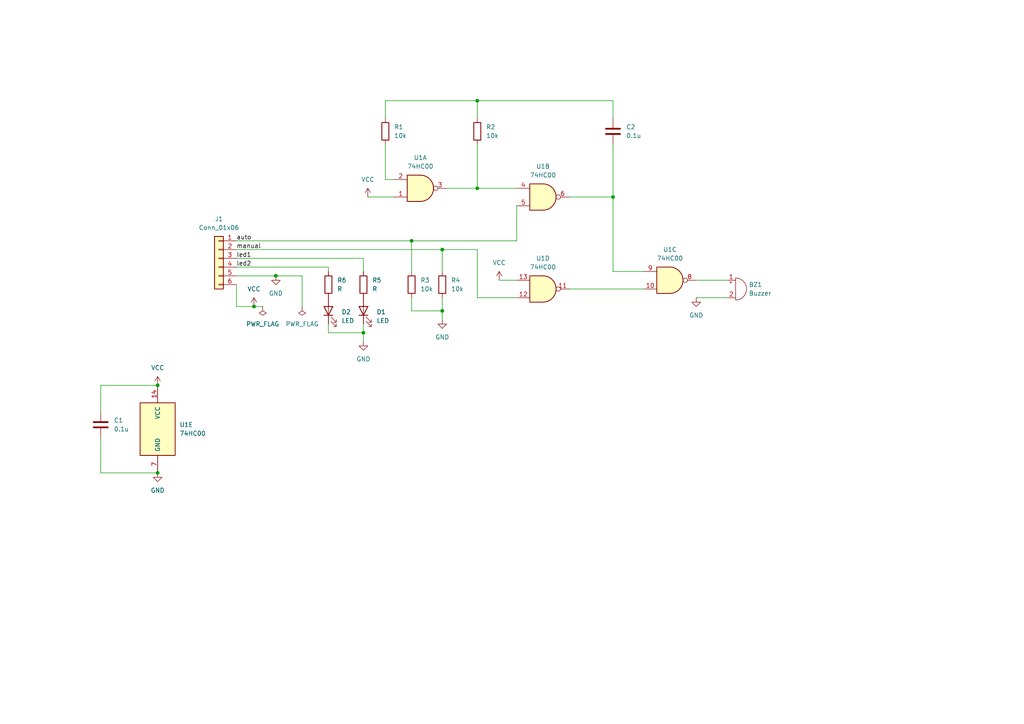
<source format=kicad_sch>
(kicad_sch (version 20211123) (generator eeschema)

  (uuid e63e39d7-6ac0-4ffd-8aa3-1841a4541b55)

  (paper "A4")

  (lib_symbols
    (symbol "74xx:74HC00" (pin_names (offset 1.016)) (in_bom yes) (on_board yes)
      (property "Reference" "U" (id 0) (at 0 1.27 0)
        (effects (font (size 1.27 1.27)))
      )
      (property "Value" "74HC00" (id 1) (at 0 -1.27 0)
        (effects (font (size 1.27 1.27)))
      )
      (property "Footprint" "" (id 2) (at 0 0 0)
        (effects (font (size 1.27 1.27)) hide)
      )
      (property "Datasheet" "http://www.ti.com/lit/gpn/sn74hc00" (id 3) (at 0 0 0)
        (effects (font (size 1.27 1.27)) hide)
      )
      (property "ki_locked" "" (id 4) (at 0 0 0)
        (effects (font (size 1.27 1.27)))
      )
      (property "ki_keywords" "HCMOS nand 2-input" (id 5) (at 0 0 0)
        (effects (font (size 1.27 1.27)) hide)
      )
      (property "ki_description" "quad 2-input NAND gate" (id 6) (at 0 0 0)
        (effects (font (size 1.27 1.27)) hide)
      )
      (property "ki_fp_filters" "DIP*W7.62mm* SO14*" (id 7) (at 0 0 0)
        (effects (font (size 1.27 1.27)) hide)
      )
      (symbol "74HC00_1_1"
        (arc (start 0 -3.81) (mid 3.81 0) (end 0 3.81)
          (stroke (width 0.254) (type default) (color 0 0 0 0))
          (fill (type background))
        )
        (polyline
          (pts
            (xy 0 3.81)
            (xy -3.81 3.81)
            (xy -3.81 -3.81)
            (xy 0 -3.81)
          )
          (stroke (width 0.254) (type default) (color 0 0 0 0))
          (fill (type background))
        )
        (pin input line (at -7.62 2.54 0) (length 3.81)
          (name "~" (effects (font (size 1.27 1.27))))
          (number "1" (effects (font (size 1.27 1.27))))
        )
        (pin input line (at -7.62 -2.54 0) (length 3.81)
          (name "~" (effects (font (size 1.27 1.27))))
          (number "2" (effects (font (size 1.27 1.27))))
        )
        (pin output inverted (at 7.62 0 180) (length 3.81)
          (name "~" (effects (font (size 1.27 1.27))))
          (number "3" (effects (font (size 1.27 1.27))))
        )
      )
      (symbol "74HC00_1_2"
        (arc (start -3.81 -3.81) (mid -2.589 0) (end -3.81 3.81)
          (stroke (width 0.254) (type default) (color 0 0 0 0))
          (fill (type none))
        )
        (arc (start -0.6096 -3.81) (mid 2.1855 -2.584) (end 3.81 0)
          (stroke (width 0.254) (type default) (color 0 0 0 0))
          (fill (type background))
        )
        (polyline
          (pts
            (xy -3.81 -3.81)
            (xy -0.635 -3.81)
          )
          (stroke (width 0.254) (type default) (color 0 0 0 0))
          (fill (type background))
        )
        (polyline
          (pts
            (xy -3.81 3.81)
            (xy -0.635 3.81)
          )
          (stroke (width 0.254) (type default) (color 0 0 0 0))
          (fill (type background))
        )
        (polyline
          (pts
            (xy -0.635 3.81)
            (xy -3.81 3.81)
            (xy -3.81 3.81)
            (xy -3.556 3.4036)
            (xy -3.0226 2.2606)
            (xy -2.6924 1.0414)
            (xy -2.6162 -0.254)
            (xy -2.7686 -1.4986)
            (xy -3.175 -2.7178)
            (xy -3.81 -3.81)
            (xy -3.81 -3.81)
            (xy -0.635 -3.81)
          )
          (stroke (width -25.4) (type default) (color 0 0 0 0))
          (fill (type background))
        )
        (arc (start 3.81 0) (mid 2.1928 2.5925) (end -0.6096 3.81)
          (stroke (width 0.254) (type default) (color 0 0 0 0))
          (fill (type background))
        )
        (pin input inverted (at -7.62 2.54 0) (length 4.318)
          (name "~" (effects (font (size 1.27 1.27))))
          (number "1" (effects (font (size 1.27 1.27))))
        )
        (pin input inverted (at -7.62 -2.54 0) (length 4.318)
          (name "~" (effects (font (size 1.27 1.27))))
          (number "2" (effects (font (size 1.27 1.27))))
        )
        (pin output line (at 7.62 0 180) (length 3.81)
          (name "~" (effects (font (size 1.27 1.27))))
          (number "3" (effects (font (size 1.27 1.27))))
        )
      )
      (symbol "74HC00_2_1"
        (arc (start 0 -3.81) (mid 3.81 0) (end 0 3.81)
          (stroke (width 0.254) (type default) (color 0 0 0 0))
          (fill (type background))
        )
        (polyline
          (pts
            (xy 0 3.81)
            (xy -3.81 3.81)
            (xy -3.81 -3.81)
            (xy 0 -3.81)
          )
          (stroke (width 0.254) (type default) (color 0 0 0 0))
          (fill (type background))
        )
        (pin input line (at -7.62 2.54 0) (length 3.81)
          (name "~" (effects (font (size 1.27 1.27))))
          (number "4" (effects (font (size 1.27 1.27))))
        )
        (pin input line (at -7.62 -2.54 0) (length 3.81)
          (name "~" (effects (font (size 1.27 1.27))))
          (number "5" (effects (font (size 1.27 1.27))))
        )
        (pin output inverted (at 7.62 0 180) (length 3.81)
          (name "~" (effects (font (size 1.27 1.27))))
          (number "6" (effects (font (size 1.27 1.27))))
        )
      )
      (symbol "74HC00_2_2"
        (arc (start -3.81 -3.81) (mid -2.589 0) (end -3.81 3.81)
          (stroke (width 0.254) (type default) (color 0 0 0 0))
          (fill (type none))
        )
        (arc (start -0.6096 -3.81) (mid 2.1855 -2.584) (end 3.81 0)
          (stroke (width 0.254) (type default) (color 0 0 0 0))
          (fill (type background))
        )
        (polyline
          (pts
            (xy -3.81 -3.81)
            (xy -0.635 -3.81)
          )
          (stroke (width 0.254) (type default) (color 0 0 0 0))
          (fill (type background))
        )
        (polyline
          (pts
            (xy -3.81 3.81)
            (xy -0.635 3.81)
          )
          (stroke (width 0.254) (type default) (color 0 0 0 0))
          (fill (type background))
        )
        (polyline
          (pts
            (xy -0.635 3.81)
            (xy -3.81 3.81)
            (xy -3.81 3.81)
            (xy -3.556 3.4036)
            (xy -3.0226 2.2606)
            (xy -2.6924 1.0414)
            (xy -2.6162 -0.254)
            (xy -2.7686 -1.4986)
            (xy -3.175 -2.7178)
            (xy -3.81 -3.81)
            (xy -3.81 -3.81)
            (xy -0.635 -3.81)
          )
          (stroke (width -25.4) (type default) (color 0 0 0 0))
          (fill (type background))
        )
        (arc (start 3.81 0) (mid 2.1928 2.5925) (end -0.6096 3.81)
          (stroke (width 0.254) (type default) (color 0 0 0 0))
          (fill (type background))
        )
        (pin input inverted (at -7.62 2.54 0) (length 4.318)
          (name "~" (effects (font (size 1.27 1.27))))
          (number "4" (effects (font (size 1.27 1.27))))
        )
        (pin input inverted (at -7.62 -2.54 0) (length 4.318)
          (name "~" (effects (font (size 1.27 1.27))))
          (number "5" (effects (font (size 1.27 1.27))))
        )
        (pin output line (at 7.62 0 180) (length 3.81)
          (name "~" (effects (font (size 1.27 1.27))))
          (number "6" (effects (font (size 1.27 1.27))))
        )
      )
      (symbol "74HC00_3_1"
        (arc (start 0 -3.81) (mid 3.81 0) (end 0 3.81)
          (stroke (width 0.254) (type default) (color 0 0 0 0))
          (fill (type background))
        )
        (polyline
          (pts
            (xy 0 3.81)
            (xy -3.81 3.81)
            (xy -3.81 -3.81)
            (xy 0 -3.81)
          )
          (stroke (width 0.254) (type default) (color 0 0 0 0))
          (fill (type background))
        )
        (pin input line (at -7.62 -2.54 0) (length 3.81)
          (name "~" (effects (font (size 1.27 1.27))))
          (number "10" (effects (font (size 1.27 1.27))))
        )
        (pin output inverted (at 7.62 0 180) (length 3.81)
          (name "~" (effects (font (size 1.27 1.27))))
          (number "8" (effects (font (size 1.27 1.27))))
        )
        (pin input line (at -7.62 2.54 0) (length 3.81)
          (name "~" (effects (font (size 1.27 1.27))))
          (number "9" (effects (font (size 1.27 1.27))))
        )
      )
      (symbol "74HC00_3_2"
        (arc (start -3.81 -3.81) (mid -2.589 0) (end -3.81 3.81)
          (stroke (width 0.254) (type default) (color 0 0 0 0))
          (fill (type none))
        )
        (arc (start -0.6096 -3.81) (mid 2.1855 -2.584) (end 3.81 0)
          (stroke (width 0.254) (type default) (color 0 0 0 0))
          (fill (type background))
        )
        (polyline
          (pts
            (xy -3.81 -3.81)
            (xy -0.635 -3.81)
          )
          (stroke (width 0.254) (type default) (color 0 0 0 0))
          (fill (type background))
        )
        (polyline
          (pts
            (xy -3.81 3.81)
            (xy -0.635 3.81)
          )
          (stroke (width 0.254) (type default) (color 0 0 0 0))
          (fill (type background))
        )
        (polyline
          (pts
            (xy -0.635 3.81)
            (xy -3.81 3.81)
            (xy -3.81 3.81)
            (xy -3.556 3.4036)
            (xy -3.0226 2.2606)
            (xy -2.6924 1.0414)
            (xy -2.6162 -0.254)
            (xy -2.7686 -1.4986)
            (xy -3.175 -2.7178)
            (xy -3.81 -3.81)
            (xy -3.81 -3.81)
            (xy -0.635 -3.81)
          )
          (stroke (width -25.4) (type default) (color 0 0 0 0))
          (fill (type background))
        )
        (arc (start 3.81 0) (mid 2.1928 2.5925) (end -0.6096 3.81)
          (stroke (width 0.254) (type default) (color 0 0 0 0))
          (fill (type background))
        )
        (pin input inverted (at -7.62 -2.54 0) (length 4.318)
          (name "~" (effects (font (size 1.27 1.27))))
          (number "10" (effects (font (size 1.27 1.27))))
        )
        (pin output line (at 7.62 0 180) (length 3.81)
          (name "~" (effects (font (size 1.27 1.27))))
          (number "8" (effects (font (size 1.27 1.27))))
        )
        (pin input inverted (at -7.62 2.54 0) (length 4.318)
          (name "~" (effects (font (size 1.27 1.27))))
          (number "9" (effects (font (size 1.27 1.27))))
        )
      )
      (symbol "74HC00_4_1"
        (arc (start 0 -3.81) (mid 3.81 0) (end 0 3.81)
          (stroke (width 0.254) (type default) (color 0 0 0 0))
          (fill (type background))
        )
        (polyline
          (pts
            (xy 0 3.81)
            (xy -3.81 3.81)
            (xy -3.81 -3.81)
            (xy 0 -3.81)
          )
          (stroke (width 0.254) (type default) (color 0 0 0 0))
          (fill (type background))
        )
        (pin output inverted (at 7.62 0 180) (length 3.81)
          (name "~" (effects (font (size 1.27 1.27))))
          (number "11" (effects (font (size 1.27 1.27))))
        )
        (pin input line (at -7.62 2.54 0) (length 3.81)
          (name "~" (effects (font (size 1.27 1.27))))
          (number "12" (effects (font (size 1.27 1.27))))
        )
        (pin input line (at -7.62 -2.54 0) (length 3.81)
          (name "~" (effects (font (size 1.27 1.27))))
          (number "13" (effects (font (size 1.27 1.27))))
        )
      )
      (symbol "74HC00_4_2"
        (arc (start -3.81 -3.81) (mid -2.589 0) (end -3.81 3.81)
          (stroke (width 0.254) (type default) (color 0 0 0 0))
          (fill (type none))
        )
        (arc (start -0.6096 -3.81) (mid 2.1855 -2.584) (end 3.81 0)
          (stroke (width 0.254) (type default) (color 0 0 0 0))
          (fill (type background))
        )
        (polyline
          (pts
            (xy -3.81 -3.81)
            (xy -0.635 -3.81)
          )
          (stroke (width 0.254) (type default) (color 0 0 0 0))
          (fill (type background))
        )
        (polyline
          (pts
            (xy -3.81 3.81)
            (xy -0.635 3.81)
          )
          (stroke (width 0.254) (type default) (color 0 0 0 0))
          (fill (type background))
        )
        (polyline
          (pts
            (xy -0.635 3.81)
            (xy -3.81 3.81)
            (xy -3.81 3.81)
            (xy -3.556 3.4036)
            (xy -3.0226 2.2606)
            (xy -2.6924 1.0414)
            (xy -2.6162 -0.254)
            (xy -2.7686 -1.4986)
            (xy -3.175 -2.7178)
            (xy -3.81 -3.81)
            (xy -3.81 -3.81)
            (xy -0.635 -3.81)
          )
          (stroke (width -25.4) (type default) (color 0 0 0 0))
          (fill (type background))
        )
        (arc (start 3.81 0) (mid 2.1928 2.5925) (end -0.6096 3.81)
          (stroke (width 0.254) (type default) (color 0 0 0 0))
          (fill (type background))
        )
        (pin output line (at 7.62 0 180) (length 3.81)
          (name "~" (effects (font (size 1.27 1.27))))
          (number "11" (effects (font (size 1.27 1.27))))
        )
        (pin input inverted (at -7.62 2.54 0) (length 4.318)
          (name "~" (effects (font (size 1.27 1.27))))
          (number "12" (effects (font (size 1.27 1.27))))
        )
        (pin input inverted (at -7.62 -2.54 0) (length 4.318)
          (name "~" (effects (font (size 1.27 1.27))))
          (number "13" (effects (font (size 1.27 1.27))))
        )
      )
      (symbol "74HC00_5_0"
        (pin power_in line (at 0 12.7 270) (length 5.08)
          (name "VCC" (effects (font (size 1.27 1.27))))
          (number "14" (effects (font (size 1.27 1.27))))
        )
        (pin power_in line (at 0 -12.7 90) (length 5.08)
          (name "GND" (effects (font (size 1.27 1.27))))
          (number "7" (effects (font (size 1.27 1.27))))
        )
      )
      (symbol "74HC00_5_1"
        (rectangle (start -5.08 7.62) (end 5.08 -7.62)
          (stroke (width 0.254) (type default) (color 0 0 0 0))
          (fill (type background))
        )
      )
    )
    (symbol "Connector_Generic:Conn_01x06" (pin_names (offset 1.016) hide) (in_bom yes) (on_board yes)
      (property "Reference" "J" (id 0) (at 0 7.62 0)
        (effects (font (size 1.27 1.27)))
      )
      (property "Value" "Conn_01x06" (id 1) (at 0 -10.16 0)
        (effects (font (size 1.27 1.27)))
      )
      (property "Footprint" "" (id 2) (at 0 0 0)
        (effects (font (size 1.27 1.27)) hide)
      )
      (property "Datasheet" "~" (id 3) (at 0 0 0)
        (effects (font (size 1.27 1.27)) hide)
      )
      (property "ki_keywords" "connector" (id 4) (at 0 0 0)
        (effects (font (size 1.27 1.27)) hide)
      )
      (property "ki_description" "Generic connector, single row, 01x06, script generated (kicad-library-utils/schlib/autogen/connector/)" (id 5) (at 0 0 0)
        (effects (font (size 1.27 1.27)) hide)
      )
      (property "ki_fp_filters" "Connector*:*_1x??_*" (id 6) (at 0 0 0)
        (effects (font (size 1.27 1.27)) hide)
      )
      (symbol "Conn_01x06_1_1"
        (rectangle (start -1.27 -7.493) (end 0 -7.747)
          (stroke (width 0.1524) (type default) (color 0 0 0 0))
          (fill (type none))
        )
        (rectangle (start -1.27 -4.953) (end 0 -5.207)
          (stroke (width 0.1524) (type default) (color 0 0 0 0))
          (fill (type none))
        )
        (rectangle (start -1.27 -2.413) (end 0 -2.667)
          (stroke (width 0.1524) (type default) (color 0 0 0 0))
          (fill (type none))
        )
        (rectangle (start -1.27 0.127) (end 0 -0.127)
          (stroke (width 0.1524) (type default) (color 0 0 0 0))
          (fill (type none))
        )
        (rectangle (start -1.27 2.667) (end 0 2.413)
          (stroke (width 0.1524) (type default) (color 0 0 0 0))
          (fill (type none))
        )
        (rectangle (start -1.27 5.207) (end 0 4.953)
          (stroke (width 0.1524) (type default) (color 0 0 0 0))
          (fill (type none))
        )
        (rectangle (start -1.27 6.35) (end 1.27 -8.89)
          (stroke (width 0.254) (type default) (color 0 0 0 0))
          (fill (type background))
        )
        (pin passive line (at -5.08 5.08 0) (length 3.81)
          (name "Pin_1" (effects (font (size 1.27 1.27))))
          (number "1" (effects (font (size 1.27 1.27))))
        )
        (pin passive line (at -5.08 2.54 0) (length 3.81)
          (name "Pin_2" (effects (font (size 1.27 1.27))))
          (number "2" (effects (font (size 1.27 1.27))))
        )
        (pin passive line (at -5.08 0 0) (length 3.81)
          (name "Pin_3" (effects (font (size 1.27 1.27))))
          (number "3" (effects (font (size 1.27 1.27))))
        )
        (pin passive line (at -5.08 -2.54 0) (length 3.81)
          (name "Pin_4" (effects (font (size 1.27 1.27))))
          (number "4" (effects (font (size 1.27 1.27))))
        )
        (pin passive line (at -5.08 -5.08 0) (length 3.81)
          (name "Pin_5" (effects (font (size 1.27 1.27))))
          (number "5" (effects (font (size 1.27 1.27))))
        )
        (pin passive line (at -5.08 -7.62 0) (length 3.81)
          (name "Pin_6" (effects (font (size 1.27 1.27))))
          (number "6" (effects (font (size 1.27 1.27))))
        )
      )
    )
    (symbol "Device:Buzzer" (pin_names (offset 0.0254) hide) (in_bom yes) (on_board yes)
      (property "Reference" "BZ" (id 0) (at 3.81 1.27 0)
        (effects (font (size 1.27 1.27)) (justify left))
      )
      (property "Value" "Buzzer" (id 1) (at 3.81 -1.27 0)
        (effects (font (size 1.27 1.27)) (justify left))
      )
      (property "Footprint" "" (id 2) (at -0.635 2.54 90)
        (effects (font (size 1.27 1.27)) hide)
      )
      (property "Datasheet" "~" (id 3) (at -0.635 2.54 90)
        (effects (font (size 1.27 1.27)) hide)
      )
      (property "ki_keywords" "quartz resonator ceramic" (id 4) (at 0 0 0)
        (effects (font (size 1.27 1.27)) hide)
      )
      (property "ki_description" "Buzzer, polarized" (id 5) (at 0 0 0)
        (effects (font (size 1.27 1.27)) hide)
      )
      (property "ki_fp_filters" "*Buzzer*" (id 6) (at 0 0 0)
        (effects (font (size 1.27 1.27)) hide)
      )
      (symbol "Buzzer_0_1"
        (arc (start 0 -3.175) (mid 3.175 0) (end 0 3.175)
          (stroke (width 0) (type default) (color 0 0 0 0))
          (fill (type none))
        )
        (polyline
          (pts
            (xy -1.651 1.905)
            (xy -1.143 1.905)
          )
          (stroke (width 0) (type default) (color 0 0 0 0))
          (fill (type none))
        )
        (polyline
          (pts
            (xy -1.397 2.159)
            (xy -1.397 1.651)
          )
          (stroke (width 0) (type default) (color 0 0 0 0))
          (fill (type none))
        )
        (polyline
          (pts
            (xy 0 3.175)
            (xy 0 -3.175)
          )
          (stroke (width 0) (type default) (color 0 0 0 0))
          (fill (type none))
        )
      )
      (symbol "Buzzer_1_1"
        (pin passive line (at -2.54 2.54 0) (length 2.54)
          (name "-" (effects (font (size 1.27 1.27))))
          (number "1" (effects (font (size 1.27 1.27))))
        )
        (pin passive line (at -2.54 -2.54 0) (length 2.54)
          (name "+" (effects (font (size 1.27 1.27))))
          (number "2" (effects (font (size 1.27 1.27))))
        )
      )
    )
    (symbol "Device:C" (pin_numbers hide) (pin_names (offset 0.254)) (in_bom yes) (on_board yes)
      (property "Reference" "C" (id 0) (at 0.635 2.54 0)
        (effects (font (size 1.27 1.27)) (justify left))
      )
      (property "Value" "C" (id 1) (at 0.635 -2.54 0)
        (effects (font (size 1.27 1.27)) (justify left))
      )
      (property "Footprint" "" (id 2) (at 0.9652 -3.81 0)
        (effects (font (size 1.27 1.27)) hide)
      )
      (property "Datasheet" "~" (id 3) (at 0 0 0)
        (effects (font (size 1.27 1.27)) hide)
      )
      (property "ki_keywords" "cap capacitor" (id 4) (at 0 0 0)
        (effects (font (size 1.27 1.27)) hide)
      )
      (property "ki_description" "Unpolarized capacitor" (id 5) (at 0 0 0)
        (effects (font (size 1.27 1.27)) hide)
      )
      (property "ki_fp_filters" "C_*" (id 6) (at 0 0 0)
        (effects (font (size 1.27 1.27)) hide)
      )
      (symbol "C_0_1"
        (polyline
          (pts
            (xy -2.032 -0.762)
            (xy 2.032 -0.762)
          )
          (stroke (width 0.508) (type default) (color 0 0 0 0))
          (fill (type none))
        )
        (polyline
          (pts
            (xy -2.032 0.762)
            (xy 2.032 0.762)
          )
          (stroke (width 0.508) (type default) (color 0 0 0 0))
          (fill (type none))
        )
      )
      (symbol "C_1_1"
        (pin passive line (at 0 3.81 270) (length 2.794)
          (name "~" (effects (font (size 1.27 1.27))))
          (number "1" (effects (font (size 1.27 1.27))))
        )
        (pin passive line (at 0 -3.81 90) (length 2.794)
          (name "~" (effects (font (size 1.27 1.27))))
          (number "2" (effects (font (size 1.27 1.27))))
        )
      )
    )
    (symbol "Device:LED" (pin_numbers hide) (pin_names (offset 1.016) hide) (in_bom yes) (on_board yes)
      (property "Reference" "D" (id 0) (at 0 2.54 0)
        (effects (font (size 1.27 1.27)))
      )
      (property "Value" "LED" (id 1) (at 0 -2.54 0)
        (effects (font (size 1.27 1.27)))
      )
      (property "Footprint" "" (id 2) (at 0 0 0)
        (effects (font (size 1.27 1.27)) hide)
      )
      (property "Datasheet" "~" (id 3) (at 0 0 0)
        (effects (font (size 1.27 1.27)) hide)
      )
      (property "ki_keywords" "LED diode" (id 4) (at 0 0 0)
        (effects (font (size 1.27 1.27)) hide)
      )
      (property "ki_description" "Light emitting diode" (id 5) (at 0 0 0)
        (effects (font (size 1.27 1.27)) hide)
      )
      (property "ki_fp_filters" "LED* LED_SMD:* LED_THT:*" (id 6) (at 0 0 0)
        (effects (font (size 1.27 1.27)) hide)
      )
      (symbol "LED_0_1"
        (polyline
          (pts
            (xy -1.27 -1.27)
            (xy -1.27 1.27)
          )
          (stroke (width 0.254) (type default) (color 0 0 0 0))
          (fill (type none))
        )
        (polyline
          (pts
            (xy -1.27 0)
            (xy 1.27 0)
          )
          (stroke (width 0) (type default) (color 0 0 0 0))
          (fill (type none))
        )
        (polyline
          (pts
            (xy 1.27 -1.27)
            (xy 1.27 1.27)
            (xy -1.27 0)
            (xy 1.27 -1.27)
          )
          (stroke (width 0.254) (type default) (color 0 0 0 0))
          (fill (type none))
        )
        (polyline
          (pts
            (xy -3.048 -0.762)
            (xy -4.572 -2.286)
            (xy -3.81 -2.286)
            (xy -4.572 -2.286)
            (xy -4.572 -1.524)
          )
          (stroke (width 0) (type default) (color 0 0 0 0))
          (fill (type none))
        )
        (polyline
          (pts
            (xy -1.778 -0.762)
            (xy -3.302 -2.286)
            (xy -2.54 -2.286)
            (xy -3.302 -2.286)
            (xy -3.302 -1.524)
          )
          (stroke (width 0) (type default) (color 0 0 0 0))
          (fill (type none))
        )
      )
      (symbol "LED_1_1"
        (pin passive line (at -3.81 0 0) (length 2.54)
          (name "K" (effects (font (size 1.27 1.27))))
          (number "1" (effects (font (size 1.27 1.27))))
        )
        (pin passive line (at 3.81 0 180) (length 2.54)
          (name "A" (effects (font (size 1.27 1.27))))
          (number "2" (effects (font (size 1.27 1.27))))
        )
      )
    )
    (symbol "Device:R" (pin_numbers hide) (pin_names (offset 0)) (in_bom yes) (on_board yes)
      (property "Reference" "R" (id 0) (at 2.032 0 90)
        (effects (font (size 1.27 1.27)))
      )
      (property "Value" "R" (id 1) (at 0 0 90)
        (effects (font (size 1.27 1.27)))
      )
      (property "Footprint" "" (id 2) (at -1.778 0 90)
        (effects (font (size 1.27 1.27)) hide)
      )
      (property "Datasheet" "~" (id 3) (at 0 0 0)
        (effects (font (size 1.27 1.27)) hide)
      )
      (property "ki_keywords" "R res resistor" (id 4) (at 0 0 0)
        (effects (font (size 1.27 1.27)) hide)
      )
      (property "ki_description" "Resistor" (id 5) (at 0 0 0)
        (effects (font (size 1.27 1.27)) hide)
      )
      (property "ki_fp_filters" "R_*" (id 6) (at 0 0 0)
        (effects (font (size 1.27 1.27)) hide)
      )
      (symbol "R_0_1"
        (rectangle (start -1.016 -2.54) (end 1.016 2.54)
          (stroke (width 0.254) (type default) (color 0 0 0 0))
          (fill (type none))
        )
      )
      (symbol "R_1_1"
        (pin passive line (at 0 3.81 270) (length 1.27)
          (name "~" (effects (font (size 1.27 1.27))))
          (number "1" (effects (font (size 1.27 1.27))))
        )
        (pin passive line (at 0 -3.81 90) (length 1.27)
          (name "~" (effects (font (size 1.27 1.27))))
          (number "2" (effects (font (size 1.27 1.27))))
        )
      )
    )
    (symbol "power:GND" (power) (pin_names (offset 0)) (in_bom yes) (on_board yes)
      (property "Reference" "#PWR" (id 0) (at 0 -6.35 0)
        (effects (font (size 1.27 1.27)) hide)
      )
      (property "Value" "GND" (id 1) (at 0 -3.81 0)
        (effects (font (size 1.27 1.27)))
      )
      (property "Footprint" "" (id 2) (at 0 0 0)
        (effects (font (size 1.27 1.27)) hide)
      )
      (property "Datasheet" "" (id 3) (at 0 0 0)
        (effects (font (size 1.27 1.27)) hide)
      )
      (property "ki_keywords" "power-flag" (id 4) (at 0 0 0)
        (effects (font (size 1.27 1.27)) hide)
      )
      (property "ki_description" "Power symbol creates a global label with name \"GND\" , ground" (id 5) (at 0 0 0)
        (effects (font (size 1.27 1.27)) hide)
      )
      (symbol "GND_0_1"
        (polyline
          (pts
            (xy 0 0)
            (xy 0 -1.27)
            (xy 1.27 -1.27)
            (xy 0 -2.54)
            (xy -1.27 -1.27)
            (xy 0 -1.27)
          )
          (stroke (width 0) (type default) (color 0 0 0 0))
          (fill (type none))
        )
      )
      (symbol "GND_1_1"
        (pin power_in line (at 0 0 270) (length 0) hide
          (name "GND" (effects (font (size 1.27 1.27))))
          (number "1" (effects (font (size 1.27 1.27))))
        )
      )
    )
    (symbol "power:PWR_FLAG" (power) (pin_numbers hide) (pin_names (offset 0) hide) (in_bom yes) (on_board yes)
      (property "Reference" "#FLG" (id 0) (at 0 1.905 0)
        (effects (font (size 1.27 1.27)) hide)
      )
      (property "Value" "PWR_FLAG" (id 1) (at 0 3.81 0)
        (effects (font (size 1.27 1.27)))
      )
      (property "Footprint" "" (id 2) (at 0 0 0)
        (effects (font (size 1.27 1.27)) hide)
      )
      (property "Datasheet" "~" (id 3) (at 0 0 0)
        (effects (font (size 1.27 1.27)) hide)
      )
      (property "ki_keywords" "power-flag" (id 4) (at 0 0 0)
        (effects (font (size 1.27 1.27)) hide)
      )
      (property "ki_description" "Special symbol for telling ERC where power comes from" (id 5) (at 0 0 0)
        (effects (font (size 1.27 1.27)) hide)
      )
      (symbol "PWR_FLAG_0_0"
        (pin power_out line (at 0 0 90) (length 0)
          (name "pwr" (effects (font (size 1.27 1.27))))
          (number "1" (effects (font (size 1.27 1.27))))
        )
      )
      (symbol "PWR_FLAG_0_1"
        (polyline
          (pts
            (xy 0 0)
            (xy 0 1.27)
            (xy -1.016 1.905)
            (xy 0 2.54)
            (xy 1.016 1.905)
            (xy 0 1.27)
          )
          (stroke (width 0) (type default) (color 0 0 0 0))
          (fill (type none))
        )
      )
    )
    (symbol "power:VCC" (power) (pin_names (offset 0)) (in_bom yes) (on_board yes)
      (property "Reference" "#PWR" (id 0) (at 0 -3.81 0)
        (effects (font (size 1.27 1.27)) hide)
      )
      (property "Value" "VCC" (id 1) (at 0 3.81 0)
        (effects (font (size 1.27 1.27)))
      )
      (property "Footprint" "" (id 2) (at 0 0 0)
        (effects (font (size 1.27 1.27)) hide)
      )
      (property "Datasheet" "" (id 3) (at 0 0 0)
        (effects (font (size 1.27 1.27)) hide)
      )
      (property "ki_keywords" "power-flag" (id 4) (at 0 0 0)
        (effects (font (size 1.27 1.27)) hide)
      )
      (property "ki_description" "Power symbol creates a global label with name \"VCC\"" (id 5) (at 0 0 0)
        (effects (font (size 1.27 1.27)) hide)
      )
      (symbol "VCC_0_1"
        (polyline
          (pts
            (xy -0.762 1.27)
            (xy 0 2.54)
          )
          (stroke (width 0) (type default) (color 0 0 0 0))
          (fill (type none))
        )
        (polyline
          (pts
            (xy 0 0)
            (xy 0 2.54)
          )
          (stroke (width 0) (type default) (color 0 0 0 0))
          (fill (type none))
        )
        (polyline
          (pts
            (xy 0 2.54)
            (xy 0.762 1.27)
          )
          (stroke (width 0) (type default) (color 0 0 0 0))
          (fill (type none))
        )
      )
      (symbol "VCC_1_1"
        (pin power_in line (at 0 0 90) (length 0) hide
          (name "VCC" (effects (font (size 1.27 1.27))))
          (number "1" (effects (font (size 1.27 1.27))))
        )
      )
    )
  )

  (junction (at 45.72 111.76) (diameter 0) (color 0 0 0 0)
    (uuid 0543a092-94d5-4c57-ad50-3b1ead9f026d)
  )
  (junction (at 80.01 80.01) (diameter 0) (color 0 0 0 0)
    (uuid 0c0d9cdd-bad3-4223-bc8d-287c4860701f)
  )
  (junction (at 138.43 54.61) (diameter 0) (color 0 0 0 0)
    (uuid 2c3bdee3-131c-4ab9-b0f8-006d1db84015)
  )
  (junction (at 138.43 29.21) (diameter 0) (color 0 0 0 0)
    (uuid 2fb54651-e5df-4ffd-bbfd-3329a8c51bec)
  )
  (junction (at 73.66 88.9) (diameter 0) (color 0 0 0 0)
    (uuid 3f903c4d-5deb-4766-a70d-fca87692c76b)
  )
  (junction (at 177.8 57.15) (diameter 0) (color 0 0 0 0)
    (uuid 9a1a2046-7857-43b3-805a-38aa42ddaa86)
  )
  (junction (at 119.38 69.85) (diameter 0) (color 0 0 0 0)
    (uuid a797df6b-da07-482e-92c5-64657eedd921)
  )
  (junction (at 128.27 90.17) (diameter 0) (color 0 0 0 0)
    (uuid af523c43-509d-482a-867a-108f216f919a)
  )
  (junction (at 45.72 137.16) (diameter 0) (color 0 0 0 0)
    (uuid c6cd3ce4-573c-4bd4-9ed2-8437a3f70ef1)
  )
  (junction (at 105.41 96.52) (diameter 0) (color 0 0 0 0)
    (uuid d3f194e7-b12a-4b58-8c8d-71ab6a184545)
  )
  (junction (at 128.27 72.39) (diameter 0) (color 0 0 0 0)
    (uuid f94c5fce-1d9e-4753-9ac6-ab19b89526a9)
  )

  (wire (pts (xy 95.25 93.98) (xy 95.25 96.52))
    (stroke (width 0) (type default) (color 0 0 0 0))
    (uuid 00345c8e-1bf2-4fa2-ab66-bb244c7ca564)
  )
  (wire (pts (xy 29.21 127) (xy 29.21 137.16))
    (stroke (width 0) (type default) (color 0 0 0 0))
    (uuid 0ada0838-2ca5-4044-ac89-860e060787ba)
  )
  (wire (pts (xy 80.01 80.01) (xy 87.63 80.01))
    (stroke (width 0) (type default) (color 0 0 0 0))
    (uuid 0d9f84d1-16f8-4009-90f2-5d4ad6c8401e)
  )
  (wire (pts (xy 106.68 57.15) (xy 114.3 57.15))
    (stroke (width 0) (type default) (color 0 0 0 0))
    (uuid 0dccfc25-377d-4243-b07c-b0069b2b26c1)
  )
  (wire (pts (xy 73.66 88.9) (xy 76.2 88.9))
    (stroke (width 0) (type default) (color 0 0 0 0))
    (uuid 174c0103-2ae5-4b43-aaf4-b6d35d41f6cb)
  )
  (wire (pts (xy 68.58 72.39) (xy 128.27 72.39))
    (stroke (width 0) (type default) (color 0 0 0 0))
    (uuid 17843e8f-c02f-4792-b2c4-f61637f8e598)
  )
  (wire (pts (xy 177.8 78.74) (xy 186.69 78.74))
    (stroke (width 0) (type default) (color 0 0 0 0))
    (uuid 1a52a89c-8682-4b86-96c8-37e2c23085b0)
  )
  (wire (pts (xy 111.76 29.21) (xy 138.43 29.21))
    (stroke (width 0) (type default) (color 0 0 0 0))
    (uuid 1f5beb24-3b2e-478d-868e-22a9166bce3e)
  )
  (wire (pts (xy 165.1 83.82) (xy 186.69 83.82))
    (stroke (width 0) (type default) (color 0 0 0 0))
    (uuid 2249d8be-d947-462b-ae35-a1d0232aef5b)
  )
  (wire (pts (xy 119.38 69.85) (xy 119.38 78.74))
    (stroke (width 0) (type default) (color 0 0 0 0))
    (uuid 224b990f-fd77-41ae-a3cf-87a7de63eb0d)
  )
  (wire (pts (xy 68.58 74.93) (xy 105.41 74.93))
    (stroke (width 0) (type default) (color 0 0 0 0))
    (uuid 23185940-8d3f-4079-85a5-a7e34545c4ce)
  )
  (wire (pts (xy 114.3 52.07) (xy 111.76 52.07))
    (stroke (width 0) (type default) (color 0 0 0 0))
    (uuid 23ba4a6c-f61a-46f3-ac75-8bb5e52597b6)
  )
  (wire (pts (xy 68.58 88.9) (xy 73.66 88.9))
    (stroke (width 0) (type default) (color 0 0 0 0))
    (uuid 2ae71ce8-c768-4bc7-850c-bd0af025c583)
  )
  (wire (pts (xy 201.93 81.28) (xy 210.82 81.28))
    (stroke (width 0) (type default) (color 0 0 0 0))
    (uuid 2bdf0d10-74aa-4e61-82e9-546f713cd415)
  )
  (wire (pts (xy 105.41 96.52) (xy 105.41 99.06))
    (stroke (width 0) (type default) (color 0 0 0 0))
    (uuid 2f0f9b5e-8bba-4492-8899-5bd228117b31)
  )
  (wire (pts (xy 119.38 86.36) (xy 119.38 90.17))
    (stroke (width 0) (type default) (color 0 0 0 0))
    (uuid 30cd9c82-7ade-467e-870c-930f2e6dc805)
  )
  (wire (pts (xy 87.63 80.01) (xy 87.63 88.9))
    (stroke (width 0) (type default) (color 0 0 0 0))
    (uuid 3523257f-57e7-4232-a802-c53fd34e2bae)
  )
  (wire (pts (xy 201.93 86.36) (xy 210.82 86.36))
    (stroke (width 0) (type default) (color 0 0 0 0))
    (uuid 39af4ec2-1853-4408-99b8-e325b7f05d81)
  )
  (wire (pts (xy 128.27 86.36) (xy 128.27 90.17))
    (stroke (width 0) (type default) (color 0 0 0 0))
    (uuid 3a15b05f-a485-4232-bc74-722473e5e75a)
  )
  (wire (pts (xy 177.8 57.15) (xy 177.8 78.74))
    (stroke (width 0) (type default) (color 0 0 0 0))
    (uuid 3b7f0654-6e72-42da-835b-cdd9d7384bf4)
  )
  (wire (pts (xy 165.1 57.15) (xy 177.8 57.15))
    (stroke (width 0) (type default) (color 0 0 0 0))
    (uuid 42eaa9c5-0fee-4a98-add2-e062176deef9)
  )
  (wire (pts (xy 138.43 54.61) (xy 149.86 54.61))
    (stroke (width 0) (type default) (color 0 0 0 0))
    (uuid 5617c1e9-a065-416b-bb66-eca08e9f071b)
  )
  (wire (pts (xy 45.72 111.76) (xy 29.21 111.76))
    (stroke (width 0) (type default) (color 0 0 0 0))
    (uuid 58d0b8c5-b942-4515-9855-f901e0354a48)
  )
  (wire (pts (xy 111.76 29.21) (xy 111.76 34.29))
    (stroke (width 0) (type default) (color 0 0 0 0))
    (uuid 598f9c04-a2c7-45cb-a1dc-7583607665ff)
  )
  (wire (pts (xy 68.58 80.01) (xy 80.01 80.01))
    (stroke (width 0) (type default) (color 0 0 0 0))
    (uuid 5e0a9418-59d8-481b-bed5-9d5b17b4e4f2)
  )
  (wire (pts (xy 105.41 93.98) (xy 105.41 96.52))
    (stroke (width 0) (type default) (color 0 0 0 0))
    (uuid 64d234e6-9557-4892-b506-831607f8df49)
  )
  (wire (pts (xy 138.43 29.21) (xy 138.43 34.29))
    (stroke (width 0) (type default) (color 0 0 0 0))
    (uuid 680efd95-5e89-4585-8556-b7b485a85eb9)
  )
  (wire (pts (xy 128.27 72.39) (xy 138.43 72.39))
    (stroke (width 0) (type default) (color 0 0 0 0))
    (uuid 686636c6-e19c-4ad9-9861-8768e40f6c72)
  )
  (wire (pts (xy 119.38 90.17) (xy 128.27 90.17))
    (stroke (width 0) (type default) (color 0 0 0 0))
    (uuid 80ffd389-819c-4909-bdfd-368e74418af9)
  )
  (wire (pts (xy 138.43 41.91) (xy 138.43 54.61))
    (stroke (width 0) (type default) (color 0 0 0 0))
    (uuid 81c1edbd-d673-47e3-96a5-c7bd6de84919)
  )
  (wire (pts (xy 128.27 90.17) (xy 128.27 92.71))
    (stroke (width 0) (type default) (color 0 0 0 0))
    (uuid 85f2da59-dd5e-4824-a5b5-e68beb13291d)
  )
  (wire (pts (xy 129.54 54.61) (xy 138.43 54.61))
    (stroke (width 0) (type default) (color 0 0 0 0))
    (uuid 8f1094ac-8439-4f2a-b1db-d1b404a9ad3d)
  )
  (wire (pts (xy 149.86 69.85) (xy 149.86 59.69))
    (stroke (width 0) (type default) (color 0 0 0 0))
    (uuid 92b4afb9-8b98-4c28-933d-da5a2799c5c9)
  )
  (wire (pts (xy 68.58 82.55) (xy 68.58 88.9))
    (stroke (width 0) (type default) (color 0 0 0 0))
    (uuid 974dc5f0-3500-4950-b40e-1dcd627496a2)
  )
  (wire (pts (xy 128.27 72.39) (xy 128.27 78.74))
    (stroke (width 0) (type default) (color 0 0 0 0))
    (uuid 9c812173-1e0a-4bb6-9d75-7e1d2f57ad00)
  )
  (wire (pts (xy 68.58 69.85) (xy 119.38 69.85))
    (stroke (width 0) (type default) (color 0 0 0 0))
    (uuid a9fb15ee-d8b1-42ce-8da2-6c6577e61ec9)
  )
  (wire (pts (xy 29.21 111.76) (xy 29.21 119.38))
    (stroke (width 0) (type default) (color 0 0 0 0))
    (uuid acb2acbb-a6de-449d-8d40-276c0f1ab4d8)
  )
  (wire (pts (xy 95.25 77.47) (xy 68.58 77.47))
    (stroke (width 0) (type default) (color 0 0 0 0))
    (uuid b65f4776-177b-41fd-9262-7772a89f7649)
  )
  (wire (pts (xy 138.43 29.21) (xy 177.8 29.21))
    (stroke (width 0) (type default) (color 0 0 0 0))
    (uuid b75516d0-dd37-4180-8644-e257accedd0d)
  )
  (wire (pts (xy 144.78 81.28) (xy 149.86 81.28))
    (stroke (width 0) (type default) (color 0 0 0 0))
    (uuid b7a3823e-7340-417b-9709-17c45c0b343a)
  )
  (wire (pts (xy 95.25 96.52) (xy 105.41 96.52))
    (stroke (width 0) (type default) (color 0 0 0 0))
    (uuid beb318f5-1998-42dd-b99d-198efc3a9853)
  )
  (wire (pts (xy 177.8 41.91) (xy 177.8 57.15))
    (stroke (width 0) (type default) (color 0 0 0 0))
    (uuid c030468a-d468-416f-9a15-2fe570be486d)
  )
  (wire (pts (xy 95.25 78.74) (xy 95.25 77.47))
    (stroke (width 0) (type default) (color 0 0 0 0))
    (uuid ca13821c-4cd3-4f9a-99c1-0ab8bf2e9b5a)
  )
  (wire (pts (xy 119.38 69.85) (xy 149.86 69.85))
    (stroke (width 0) (type default) (color 0 0 0 0))
    (uuid da6019d7-3e6c-4a61-ae02-2b5da2b0c45f)
  )
  (wire (pts (xy 105.41 74.93) (xy 105.41 78.74))
    (stroke (width 0) (type default) (color 0 0 0 0))
    (uuid dcf04b3e-080f-4097-a964-6359e7a9d686)
  )
  (wire (pts (xy 138.43 72.39) (xy 138.43 86.36))
    (stroke (width 0) (type default) (color 0 0 0 0))
    (uuid de60e78d-b49c-4401-8a50-f68174472cb1)
  )
  (wire (pts (xy 29.21 137.16) (xy 45.72 137.16))
    (stroke (width 0) (type default) (color 0 0 0 0))
    (uuid ec477b90-f4cd-40d5-a8dc-9c283583c4f5)
  )
  (wire (pts (xy 138.43 86.36) (xy 149.86 86.36))
    (stroke (width 0) (type default) (color 0 0 0 0))
    (uuid f1653102-91a6-4e4b-9adb-0abe2f5eddd2)
  )
  (wire (pts (xy 111.76 52.07) (xy 111.76 41.91))
    (stroke (width 0) (type default) (color 0 0 0 0))
    (uuid f8d28331-eeae-4d87-867f-0a521759c2f1)
  )
  (wire (pts (xy 177.8 34.29) (xy 177.8 29.21))
    (stroke (width 0) (type default) (color 0 0 0 0))
    (uuid fbb6b872-3d3d-4726-84ce-fd13c7100781)
  )

  (label "auto" (at 68.58 69.85 0)
    (effects (font (size 1.27 1.27)) (justify left bottom))
    (uuid 1c77648d-f0c8-4e31-b256-ba93fcf62684)
  )
  (label "led1" (at 68.58 74.93 0)
    (effects (font (size 1.27 1.27)) (justify left bottom))
    (uuid 52601632-82d4-49f4-8d3e-30a884e6b927)
  )
  (label "led2" (at 68.58 77.47 0)
    (effects (font (size 1.27 1.27)) (justify left bottom))
    (uuid 86449dfe-caf0-48fb-8f91-9ce078c29c73)
  )
  (label "manual" (at 68.58 72.39 0)
    (effects (font (size 1.27 1.27)) (justify left bottom))
    (uuid 9d450d00-a95e-4ae8-9cdc-d70ad7fd6ed2)
  )

  (symbol (lib_id "74xx:74HC00") (at 45.72 124.46 0) (unit 5)
    (in_bom yes) (on_board yes) (fields_autoplaced)
    (uuid 054098ff-400b-4457-b57b-06529669971f)
    (property "Reference" "U1" (id 0) (at 52.07 123.1899 0)
      (effects (font (size 1.27 1.27)) (justify left))
    )
    (property "Value" "74HC00" (id 1) (at 52.07 125.7299 0)
      (effects (font (size 1.27 1.27)) (justify left))
    )
    (property "Footprint" "Package_SO:SO-14_5.3x10.2mm_P1.27mm" (id 2) (at 45.72 124.46 0)
      (effects (font (size 1.27 1.27)) hide)
    )
    (property "Datasheet" "http://www.ti.com/lit/gpn/sn74hc00" (id 3) (at 45.72 124.46 0)
      (effects (font (size 1.27 1.27)) hide)
    )
    (pin "14" (uuid 59885fbd-9866-47f4-888d-9cf27bcffe04))
    (pin "7" (uuid 1826b2cb-18b7-45db-a41b-bf429957bf54))
  )

  (symbol (lib_id "power:PWR_FLAG") (at 76.2 88.9 180) (unit 1)
    (in_bom yes) (on_board yes) (fields_autoplaced)
    (uuid 09ecb59d-405f-4b9b-85aa-0cb37b747d79)
    (property "Reference" "#FLG0101" (id 0) (at 76.2 90.805 0)
      (effects (font (size 1.27 1.27)) hide)
    )
    (property "Value" "PWR_FLAG" (id 1) (at 76.2 93.98 0))
    (property "Footprint" "" (id 2) (at 76.2 88.9 0)
      (effects (font (size 1.27 1.27)) hide)
    )
    (property "Datasheet" "~" (id 3) (at 76.2 88.9 0)
      (effects (font (size 1.27 1.27)) hide)
    )
    (pin "1" (uuid b0eabd34-802b-44cc-86ce-84bf6423da0c))
  )

  (symbol (lib_id "power:VCC") (at 73.66 88.9 0) (unit 1)
    (in_bom yes) (on_board yes) (fields_autoplaced)
    (uuid 1b95101a-987a-4427-b452-a806e51e2a07)
    (property "Reference" "#PWR0107" (id 0) (at 73.66 92.71 0)
      (effects (font (size 1.27 1.27)) hide)
    )
    (property "Value" "VCC" (id 1) (at 73.66 83.82 0))
    (property "Footprint" "" (id 2) (at 73.66 88.9 0)
      (effects (font (size 1.27 1.27)) hide)
    )
    (property "Datasheet" "" (id 3) (at 73.66 88.9 0)
      (effects (font (size 1.27 1.27)) hide)
    )
    (pin "1" (uuid 351e38e5-8979-45d6-ae75-ffba44bdf20e))
  )

  (symbol (lib_id "Device:R") (at 119.38 82.55 0) (unit 1)
    (in_bom yes) (on_board yes) (fields_autoplaced)
    (uuid 2f965ec6-eebf-4f70-bea4-b474e7279464)
    (property "Reference" "R3" (id 0) (at 121.92 81.2799 0)
      (effects (font (size 1.27 1.27)) (justify left))
    )
    (property "Value" "10k" (id 1) (at 121.92 83.8199 0)
      (effects (font (size 1.27 1.27)) (justify left))
    )
    (property "Footprint" "Resistor_SMD:R_0805_2012Metric_Pad1.20x1.40mm_HandSolder" (id 2) (at 117.602 82.55 90)
      (effects (font (size 1.27 1.27)) hide)
    )
    (property "Datasheet" "~" (id 3) (at 119.38 82.55 0)
      (effects (font (size 1.27 1.27)) hide)
    )
    (pin "1" (uuid a8c3a6c2-c4e9-43cf-b7d7-9d52f866a59b))
    (pin "2" (uuid 0655ddce-c9d5-485f-af2d-3a3b7a9f3c36))
  )

  (symbol (lib_id "power:GND") (at 80.01 80.01 0) (unit 1)
    (in_bom yes) (on_board yes) (fields_autoplaced)
    (uuid 3d239651-e8a4-42ae-a3e4-85fac5377cdd)
    (property "Reference" "#PWR0106" (id 0) (at 80.01 86.36 0)
      (effects (font (size 1.27 1.27)) hide)
    )
    (property "Value" "GND" (id 1) (at 80.01 85.09 0))
    (property "Footprint" "" (id 2) (at 80.01 80.01 0)
      (effects (font (size 1.27 1.27)) hide)
    )
    (property "Datasheet" "" (id 3) (at 80.01 80.01 0)
      (effects (font (size 1.27 1.27)) hide)
    )
    (pin "1" (uuid 5b63cc64-810d-4f99-a76a-a479ca0ef650))
  )

  (symbol (lib_id "Device:Buzzer") (at 213.36 83.82 0) (unit 1)
    (in_bom yes) (on_board yes) (fields_autoplaced)
    (uuid 3f02cb7e-2fd4-40dd-81fd-b0bcca195c72)
    (property "Reference" "BZ1" (id 0) (at 217.17 82.5499 0)
      (effects (font (size 1.27 1.27)) (justify left))
    )
    (property "Value" "Buzzer" (id 1) (at 217.17 85.0899 0)
      (effects (font (size 1.27 1.27)) (justify left))
    )
    (property "Footprint" "Buzzer_Beeper:Buzzer_TDK_PS1240P02BT_D12.2mm_H6.5mm" (id 2) (at 212.725 81.28 90)
      (effects (font (size 1.27 1.27)) hide)
    )
    (property "Datasheet" "~" (id 3) (at 212.725 81.28 90)
      (effects (font (size 1.27 1.27)) hide)
    )
    (pin "1" (uuid 4ba3ca72-da87-4ffd-863f-4f23bad3ae74))
    (pin "2" (uuid eb53381a-6142-40bc-bbd2-582e24f01124))
  )

  (symbol (lib_id "power:GND") (at 45.72 137.16 0) (unit 1)
    (in_bom yes) (on_board yes) (fields_autoplaced)
    (uuid 49b11d0c-c2d3-4265-b7a5-506a0b490e6e)
    (property "Reference" "#PWR0109" (id 0) (at 45.72 143.51 0)
      (effects (font (size 1.27 1.27)) hide)
    )
    (property "Value" "GND" (id 1) (at 45.72 142.24 0))
    (property "Footprint" "" (id 2) (at 45.72 137.16 0)
      (effects (font (size 1.27 1.27)) hide)
    )
    (property "Datasheet" "" (id 3) (at 45.72 137.16 0)
      (effects (font (size 1.27 1.27)) hide)
    )
    (pin "1" (uuid cd69f76c-3471-4553-9975-a6ad8918c4b4))
  )

  (symbol (lib_id "Device:LED") (at 105.41 90.17 90) (unit 1)
    (in_bom yes) (on_board yes) (fields_autoplaced)
    (uuid 5c6f857d-da36-4799-8b62-cfec1ac8a07c)
    (property "Reference" "D1" (id 0) (at 109.22 90.4874 90)
      (effects (font (size 1.27 1.27)) (justify right))
    )
    (property "Value" "LED" (id 1) (at 109.22 93.0274 90)
      (effects (font (size 1.27 1.27)) (justify right))
    )
    (property "Footprint" "LED_SMD:LED_0805_2012Metric_Pad1.15x1.40mm_HandSolder" (id 2) (at 105.41 90.17 0)
      (effects (font (size 1.27 1.27)) hide)
    )
    (property "Datasheet" "~" (id 3) (at 105.41 90.17 0)
      (effects (font (size 1.27 1.27)) hide)
    )
    (pin "1" (uuid 60df89df-5c7f-4dc6-9047-7d8dd937826e))
    (pin "2" (uuid dffb880c-4d16-45ce-9a34-8131e59dcec6))
  )

  (symbol (lib_id "74xx:74HC00") (at 157.48 83.82 0) (mirror x) (unit 4)
    (in_bom yes) (on_board yes) (fields_autoplaced)
    (uuid 6413f26d-c581-4f71-b5b7-5b39392ea553)
    (property "Reference" "U1" (id 0) (at 157.48 74.93 0))
    (property "Value" "74HC00" (id 1) (at 157.48 77.47 0))
    (property "Footprint" "Package_SO:SO-14_5.3x10.2mm_P1.27mm" (id 2) (at 157.48 83.82 0)
      (effects (font (size 1.27 1.27)) hide)
    )
    (property "Datasheet" "http://www.ti.com/lit/gpn/sn74hc00" (id 3) (at 157.48 83.82 0)
      (effects (font (size 1.27 1.27)) hide)
    )
    (pin "11" (uuid c983a8f7-258f-45a8-8484-bbfbb0a74dc5))
    (pin "12" (uuid 957c4a70-312a-40be-9003-8ad4bd111c5d))
    (pin "13" (uuid bcb54b83-0469-4964-9c1b-ce945bea8582))
  )

  (symbol (lib_id "Device:LED") (at 95.25 90.17 90) (unit 1)
    (in_bom yes) (on_board yes) (fields_autoplaced)
    (uuid 78f5189d-ecd0-4a22-97d1-fea1c4584ef3)
    (property "Reference" "D2" (id 0) (at 99.06 90.4874 90)
      (effects (font (size 1.27 1.27)) (justify right))
    )
    (property "Value" "LED" (id 1) (at 99.06 93.0274 90)
      (effects (font (size 1.27 1.27)) (justify right))
    )
    (property "Footprint" "LED_SMD:LED_0805_2012Metric_Pad1.15x1.40mm_HandSolder" (id 2) (at 95.25 90.17 0)
      (effects (font (size 1.27 1.27)) hide)
    )
    (property "Datasheet" "~" (id 3) (at 95.25 90.17 0)
      (effects (font (size 1.27 1.27)) hide)
    )
    (pin "1" (uuid f167d55d-d1e4-43cb-a86c-6547daad9eba))
    (pin "2" (uuid 92733840-6049-424d-b0eb-3e975e7c503e))
  )

  (symbol (lib_id "Device:C") (at 29.21 123.19 0) (unit 1)
    (in_bom yes) (on_board yes) (fields_autoplaced)
    (uuid 80610398-b522-4dc0-8d18-ab2ca3a709df)
    (property "Reference" "C1" (id 0) (at 33.02 121.9199 0)
      (effects (font (size 1.27 1.27)) (justify left))
    )
    (property "Value" "0.1u" (id 1) (at 33.02 124.4599 0)
      (effects (font (size 1.27 1.27)) (justify left))
    )
    (property "Footprint" "Capacitor_SMD:C_0805_2012Metric_Pad1.18x1.45mm_HandSolder" (id 2) (at 30.1752 127 0)
      (effects (font (size 1.27 1.27)) hide)
    )
    (property "Datasheet" "~" (id 3) (at 29.21 123.19 0)
      (effects (font (size 1.27 1.27)) hide)
    )
    (pin "1" (uuid 1eddea91-6c72-4951-ac81-b19fb0a92339))
    (pin "2" (uuid 7097881d-ae0a-49e0-8890-add7214b4c4e))
  )

  (symbol (lib_id "power:VCC") (at 45.72 111.76 0) (unit 1)
    (in_bom yes) (on_board yes) (fields_autoplaced)
    (uuid 87429129-c19a-4ea1-b072-4c0591bfb59f)
    (property "Reference" "#PWR0105" (id 0) (at 45.72 115.57 0)
      (effects (font (size 1.27 1.27)) hide)
    )
    (property "Value" "VCC" (id 1) (at 45.72 106.68 0))
    (property "Footprint" "" (id 2) (at 45.72 111.76 0)
      (effects (font (size 1.27 1.27)) hide)
    )
    (property "Datasheet" "" (id 3) (at 45.72 111.76 0)
      (effects (font (size 1.27 1.27)) hide)
    )
    (pin "1" (uuid 3df19a09-c6b7-490f-b98c-1f7eb20e42e2))
  )

  (symbol (lib_id "power:GND") (at 128.27 92.71 0) (unit 1)
    (in_bom yes) (on_board yes) (fields_autoplaced)
    (uuid 9c0a0dac-24d9-4ef0-9409-f0db20bc43a1)
    (property "Reference" "#PWR0104" (id 0) (at 128.27 99.06 0)
      (effects (font (size 1.27 1.27)) hide)
    )
    (property "Value" "GND" (id 1) (at 128.27 97.79 0))
    (property "Footprint" "" (id 2) (at 128.27 92.71 0)
      (effects (font (size 1.27 1.27)) hide)
    )
    (property "Datasheet" "" (id 3) (at 128.27 92.71 0)
      (effects (font (size 1.27 1.27)) hide)
    )
    (pin "1" (uuid aae01ab9-176d-45dc-8846-cc715be406a0))
  )

  (symbol (lib_id "power:VCC") (at 106.68 57.15 0) (unit 1)
    (in_bom yes) (on_board yes) (fields_autoplaced)
    (uuid a04f36c0-5343-4cb5-b540-9ece4a1fd534)
    (property "Reference" "#PWR0103" (id 0) (at 106.68 60.96 0)
      (effects (font (size 1.27 1.27)) hide)
    )
    (property "Value" "VCC" (id 1) (at 106.68 52.07 0))
    (property "Footprint" "" (id 2) (at 106.68 57.15 0)
      (effects (font (size 1.27 1.27)) hide)
    )
    (property "Datasheet" "" (id 3) (at 106.68 57.15 0)
      (effects (font (size 1.27 1.27)) hide)
    )
    (pin "1" (uuid a1ddb8bf-b739-42d6-bc83-a5ec46cc2847))
  )

  (symbol (lib_id "74xx:74HC00") (at 194.31 81.28 0) (unit 3)
    (in_bom yes) (on_board yes) (fields_autoplaced)
    (uuid a5af451d-03fa-4a74-aa6a-dfeb758f7a48)
    (property "Reference" "U1" (id 0) (at 194.31 72.39 0))
    (property "Value" "74HC00" (id 1) (at 194.31 74.93 0))
    (property "Footprint" "Package_SO:SO-14_5.3x10.2mm_P1.27mm" (id 2) (at 194.31 81.28 0)
      (effects (font (size 1.27 1.27)) hide)
    )
    (property "Datasheet" "http://www.ti.com/lit/gpn/sn74hc00" (id 3) (at 194.31 81.28 0)
      (effects (font (size 1.27 1.27)) hide)
    )
    (pin "10" (uuid 59cf90d3-1553-4c0b-a6ab-1d9af6fe33e1))
    (pin "8" (uuid 672215b5-381e-4149-a233-d787243da401))
    (pin "9" (uuid ff51c060-626b-4a1e-af46-057e46137272))
  )

  (symbol (lib_id "74xx:74HC00") (at 121.92 54.61 0) (mirror x) (unit 1)
    (in_bom yes) (on_board yes) (fields_autoplaced)
    (uuid a6fb77b5-8aaa-4f0c-9a5f-42000d51af92)
    (property "Reference" "U1" (id 0) (at 121.92 45.72 0))
    (property "Value" "74HC00" (id 1) (at 121.92 48.26 0))
    (property "Footprint" "Package_SO:SO-14_5.3x10.2mm_P1.27mm" (id 2) (at 121.92 54.61 0)
      (effects (font (size 1.27 1.27)) hide)
    )
    (property "Datasheet" "http://www.ti.com/lit/gpn/sn74hc00" (id 3) (at 121.92 54.61 0)
      (effects (font (size 1.27 1.27)) hide)
    )
    (pin "1" (uuid 6105d40b-7881-487a-b226-cc4a8d723fd7))
    (pin "2" (uuid bcdb28f4-e7c3-4c59-88e8-cec27f1b2ca0))
    (pin "3" (uuid 5efa460e-37f8-4da4-9dd0-46078e47c7b2))
  )

  (symbol (lib_id "power:VCC") (at 144.78 81.28 0) (unit 1)
    (in_bom yes) (on_board yes) (fields_autoplaced)
    (uuid b2b64254-1dda-41e5-8c17-5f747eac523c)
    (property "Reference" "#PWR0102" (id 0) (at 144.78 85.09 0)
      (effects (font (size 1.27 1.27)) hide)
    )
    (property "Value" "VCC" (id 1) (at 144.78 76.2 0))
    (property "Footprint" "" (id 2) (at 144.78 81.28 0)
      (effects (font (size 1.27 1.27)) hide)
    )
    (property "Datasheet" "" (id 3) (at 144.78 81.28 0)
      (effects (font (size 1.27 1.27)) hide)
    )
    (pin "1" (uuid def5d60f-d02e-43d3-9bdb-4b72ca9e00e7))
  )

  (symbol (lib_id "power:GND") (at 201.93 86.36 0) (unit 1)
    (in_bom yes) (on_board yes) (fields_autoplaced)
    (uuid b6598909-8b28-40c1-a29c-2f4b97b26ab6)
    (property "Reference" "#PWR0101" (id 0) (at 201.93 92.71 0)
      (effects (font (size 1.27 1.27)) hide)
    )
    (property "Value" "GND" (id 1) (at 201.93 91.44 0))
    (property "Footprint" "" (id 2) (at 201.93 86.36 0)
      (effects (font (size 1.27 1.27)) hide)
    )
    (property "Datasheet" "" (id 3) (at 201.93 86.36 0)
      (effects (font (size 1.27 1.27)) hide)
    )
    (pin "1" (uuid f6825b79-8b85-4d69-bee0-e687277bdb9b))
  )

  (symbol (lib_id "Device:R") (at 138.43 38.1 0) (unit 1)
    (in_bom yes) (on_board yes) (fields_autoplaced)
    (uuid cccd4cea-c88e-4fc0-907f-447edef8bc42)
    (property "Reference" "R2" (id 0) (at 140.97 36.8299 0)
      (effects (font (size 1.27 1.27)) (justify left))
    )
    (property "Value" "10k" (id 1) (at 140.97 39.3699 0)
      (effects (font (size 1.27 1.27)) (justify left))
    )
    (property "Footprint" "Resistor_SMD:R_0805_2012Metric_Pad1.20x1.40mm_HandSolder" (id 2) (at 136.652 38.1 90)
      (effects (font (size 1.27 1.27)) hide)
    )
    (property "Datasheet" "~" (id 3) (at 138.43 38.1 0)
      (effects (font (size 1.27 1.27)) hide)
    )
    (pin "1" (uuid efa4a51f-b208-4369-8af4-36e147e1f938))
    (pin "2" (uuid 7641f70d-73df-4c23-9cc4-8d4e005747bc))
  )

  (symbol (lib_id "Device:R") (at 105.41 82.55 0) (unit 1)
    (in_bom yes) (on_board yes) (fields_autoplaced)
    (uuid cf7b4bcc-23fc-4bcf-ac96-88392da5952e)
    (property "Reference" "R5" (id 0) (at 107.95 81.2799 0)
      (effects (font (size 1.27 1.27)) (justify left))
    )
    (property "Value" "R" (id 1) (at 107.95 83.8199 0)
      (effects (font (size 1.27 1.27)) (justify left))
    )
    (property "Footprint" "Resistor_SMD:R_0805_2012Metric_Pad1.20x1.40mm_HandSolder" (id 2) (at 103.632 82.55 90)
      (effects (font (size 1.27 1.27)) hide)
    )
    (property "Datasheet" "~" (id 3) (at 105.41 82.55 0)
      (effects (font (size 1.27 1.27)) hide)
    )
    (pin "1" (uuid 19bd7e2b-d377-4e33-938d-7a35260adcb3))
    (pin "2" (uuid 4eea36b7-4827-43e7-8eee-9054c0e80d67))
  )

  (symbol (lib_id "Device:R") (at 95.25 82.55 0) (unit 1)
    (in_bom yes) (on_board yes) (fields_autoplaced)
    (uuid daa2a965-d8c0-4666-9e71-9b9e0de6b84b)
    (property "Reference" "R6" (id 0) (at 97.79 81.2799 0)
      (effects (font (size 1.27 1.27)) (justify left))
    )
    (property "Value" "R" (id 1) (at 97.79 83.8199 0)
      (effects (font (size 1.27 1.27)) (justify left))
    )
    (property "Footprint" "Resistor_SMD:R_0805_2012Metric_Pad1.20x1.40mm_HandSolder" (id 2) (at 93.472 82.55 90)
      (effects (font (size 1.27 1.27)) hide)
    )
    (property "Datasheet" "~" (id 3) (at 95.25 82.55 0)
      (effects (font (size 1.27 1.27)) hide)
    )
    (pin "1" (uuid 1331452b-a5d9-4f36-aec7-24310c4ef6b9))
    (pin "2" (uuid b1eb7056-9abd-47cd-8064-a3816d30ef0c))
  )

  (symbol (lib_id "power:GND") (at 105.41 99.06 0) (unit 1)
    (in_bom yes) (on_board yes) (fields_autoplaced)
    (uuid e19b3786-170d-43df-a98e-e29d9a0eaa6c)
    (property "Reference" "#PWR0108" (id 0) (at 105.41 105.41 0)
      (effects (font (size 1.27 1.27)) hide)
    )
    (property "Value" "GND" (id 1) (at 105.41 104.14 0))
    (property "Footprint" "" (id 2) (at 105.41 99.06 0)
      (effects (font (size 1.27 1.27)) hide)
    )
    (property "Datasheet" "" (id 3) (at 105.41 99.06 0)
      (effects (font (size 1.27 1.27)) hide)
    )
    (pin "1" (uuid cdaa6210-7469-44d1-972d-0270912f92f1))
  )

  (symbol (lib_id "Connector_Generic:Conn_01x06") (at 63.5 74.93 0) (mirror y) (unit 1)
    (in_bom yes) (on_board yes) (fields_autoplaced)
    (uuid e1c30a32-820e-4b17-aec9-5cb8b76f0ccc)
    (property "Reference" "J1" (id 0) (at 63.5 63.5 0))
    (property "Value" "Conn_01x06" (id 1) (at 63.5 66.04 0))
    (property "Footprint" "Connector_PinHeader_2.54mm:PinHeader_1x06_P2.54mm_Vertical" (id 2) (at 63.5 74.93 0)
      (effects (font (size 1.27 1.27)) hide)
    )
    (property "Datasheet" "~" (id 3) (at 63.5 74.93 0)
      (effects (font (size 1.27 1.27)) hide)
    )
    (pin "1" (uuid 0bcafe80-ffba-4f1e-ae51-95a595b006db))
    (pin "2" (uuid 026ac84e-b8b2-4dd2-b675-8323c24fd778))
    (pin "3" (uuid da25bf79-0abb-4fac-a221-ca5c574dfc29))
    (pin "4" (uuid 34cdc1c9-c9e2-44c4-9677-c1c7d7efd83d))
    (pin "5" (uuid c49d23ab-146d-4089-864f-2d22b5b414b9))
    (pin "6" (uuid c7af8405-da2e-4a34-b9b8-518f342f8995))
  )

  (symbol (lib_id "power:PWR_FLAG") (at 87.63 88.9 180) (unit 1)
    (in_bom yes) (on_board yes) (fields_autoplaced)
    (uuid e79a7731-bbd3-4272-838d-593fe61a40fd)
    (property "Reference" "#FLG0102" (id 0) (at 87.63 90.805 0)
      (effects (font (size 1.27 1.27)) hide)
    )
    (property "Value" "PWR_FLAG" (id 1) (at 87.63 93.98 0))
    (property "Footprint" "" (id 2) (at 87.63 88.9 0)
      (effects (font (size 1.27 1.27)) hide)
    )
    (property "Datasheet" "~" (id 3) (at 87.63 88.9 0)
      (effects (font (size 1.27 1.27)) hide)
    )
    (pin "1" (uuid 0fae8574-a9f2-4612-8e0c-12790c9053b7))
  )

  (symbol (lib_id "74xx:74HC00") (at 157.48 57.15 0) (unit 2)
    (in_bom yes) (on_board yes) (fields_autoplaced)
    (uuid ec184201-a885-4080-b24a-c1625f6ed5c7)
    (property "Reference" "U1" (id 0) (at 157.48 48.26 0))
    (property "Value" "74HC00" (id 1) (at 157.48 50.8 0))
    (property "Footprint" "Package_SO:SO-14_5.3x10.2mm_P1.27mm" (id 2) (at 157.48 57.15 0)
      (effects (font (size 1.27 1.27)) hide)
    )
    (property "Datasheet" "http://www.ti.com/lit/gpn/sn74hc00" (id 3) (at 157.48 57.15 0)
      (effects (font (size 1.27 1.27)) hide)
    )
    (pin "4" (uuid 252e3fe7-fc34-4eaa-9e3d-0a84de586117))
    (pin "5" (uuid e88dc76d-a15b-45ae-b575-943af60c350f))
    (pin "6" (uuid fe238c60-973d-481f-a662-d6fe5ec06ae0))
  )

  (symbol (lib_id "Device:C") (at 177.8 38.1 0) (unit 1)
    (in_bom yes) (on_board yes) (fields_autoplaced)
    (uuid efeec5a0-dbab-4cee-92dc-a764fe254bfb)
    (property "Reference" "C2" (id 0) (at 181.61 36.8299 0)
      (effects (font (size 1.27 1.27)) (justify left))
    )
    (property "Value" "0.1u" (id 1) (at 181.61 39.3699 0)
      (effects (font (size 1.27 1.27)) (justify left))
    )
    (property "Footprint" "Capacitor_SMD:C_0805_2012Metric_Pad1.18x1.45mm_HandSolder" (id 2) (at 178.7652 41.91 0)
      (effects (font (size 1.27 1.27)) hide)
    )
    (property "Datasheet" "~" (id 3) (at 177.8 38.1 0)
      (effects (font (size 1.27 1.27)) hide)
    )
    (pin "1" (uuid c6768775-7ce6-4ca7-ad9c-f267af9f951b))
    (pin "2" (uuid 4321bcd8-9460-41bb-b247-5d5c0689de18))
  )

  (symbol (lib_id "Device:R") (at 111.76 38.1 0) (unit 1)
    (in_bom yes) (on_board yes) (fields_autoplaced)
    (uuid fe3afa16-4331-4114-bcf8-f31acd774c30)
    (property "Reference" "R1" (id 0) (at 114.3 36.8299 0)
      (effects (font (size 1.27 1.27)) (justify left))
    )
    (property "Value" "10k" (id 1) (at 114.3 39.3699 0)
      (effects (font (size 1.27 1.27)) (justify left))
    )
    (property "Footprint" "Resistor_SMD:R_0805_2012Metric_Pad1.20x1.40mm_HandSolder" (id 2) (at 109.982 38.1 90)
      (effects (font (size 1.27 1.27)) hide)
    )
    (property "Datasheet" "~" (id 3) (at 111.76 38.1 0)
      (effects (font (size 1.27 1.27)) hide)
    )
    (pin "1" (uuid ef9c33af-068a-454e-a7d4-68b9c78bd598))
    (pin "2" (uuid 1ef384c7-5b28-4fd9-8050-c63974c2f260))
  )

  (symbol (lib_id "Device:R") (at 128.27 82.55 0) (unit 1)
    (in_bom yes) (on_board yes)
    (uuid feb87ccc-38c9-4e89-95bb-c2f89b6a1dd8)
    (property "Reference" "R4" (id 0) (at 130.81 81.2799 0)
      (effects (font (size 1.27 1.27)) (justify left))
    )
    (property "Value" "10k" (id 1) (at 130.81 83.8199 0)
      (effects (font (size 1.27 1.27)) (justify left))
    )
    (property "Footprint" "Resistor_SMD:R_0805_2012Metric_Pad1.20x1.40mm_HandSolder" (id 2) (at 126.492 82.55 90)
      (effects (font (size 1.27 1.27)) hide)
    )
    (property "Datasheet" "~" (id 3) (at 128.27 82.55 0)
      (effects (font (size 1.27 1.27)) hide)
    )
    (pin "1" (uuid e64be869-0078-4904-bc20-24eeb0531130))
    (pin "2" (uuid 0d22d823-fa73-4b8a-ba41-cfc3972e144b))
  )

  (sheet_instances
    (path "/" (page "1"))
  )

  (symbol_instances
    (path "/09ecb59d-405f-4b9b-85aa-0cb37b747d79"
      (reference "#FLG0101") (unit 1) (value "PWR_FLAG") (footprint "")
    )
    (path "/e79a7731-bbd3-4272-838d-593fe61a40fd"
      (reference "#FLG0102") (unit 1) (value "PWR_FLAG") (footprint "")
    )
    (path "/b6598909-8b28-40c1-a29c-2f4b97b26ab6"
      (reference "#PWR0101") (unit 1) (value "GND") (footprint "")
    )
    (path "/b2b64254-1dda-41e5-8c17-5f747eac523c"
      (reference "#PWR0102") (unit 1) (value "VCC") (footprint "")
    )
    (path "/a04f36c0-5343-4cb5-b540-9ece4a1fd534"
      (reference "#PWR0103") (unit 1) (value "VCC") (footprint "")
    )
    (path "/9c0a0dac-24d9-4ef0-9409-f0db20bc43a1"
      (reference "#PWR0104") (unit 1) (value "GND") (footprint "")
    )
    (path "/87429129-c19a-4ea1-b072-4c0591bfb59f"
      (reference "#PWR0105") (unit 1) (value "VCC") (footprint "")
    )
    (path "/3d239651-e8a4-42ae-a3e4-85fac5377cdd"
      (reference "#PWR0106") (unit 1) (value "GND") (footprint "")
    )
    (path "/1b95101a-987a-4427-b452-a806e51e2a07"
      (reference "#PWR0107") (unit 1) (value "VCC") (footprint "")
    )
    (path "/e19b3786-170d-43df-a98e-e29d9a0eaa6c"
      (reference "#PWR0108") (unit 1) (value "GND") (footprint "")
    )
    (path "/49b11d0c-c2d3-4265-b7a5-506a0b490e6e"
      (reference "#PWR0109") (unit 1) (value "GND") (footprint "")
    )
    (path "/3f02cb7e-2fd4-40dd-81fd-b0bcca195c72"
      (reference "BZ1") (unit 1) (value "Buzzer") (footprint "Buzzer_Beeper:Buzzer_TDK_PS1240P02BT_D12.2mm_H6.5mm")
    )
    (path "/80610398-b522-4dc0-8d18-ab2ca3a709df"
      (reference "C1") (unit 1) (value "0.1u") (footprint "Capacitor_SMD:C_0805_2012Metric_Pad1.18x1.45mm_HandSolder")
    )
    (path "/efeec5a0-dbab-4cee-92dc-a764fe254bfb"
      (reference "C2") (unit 1) (value "0.1u") (footprint "Capacitor_SMD:C_0805_2012Metric_Pad1.18x1.45mm_HandSolder")
    )
    (path "/5c6f857d-da36-4799-8b62-cfec1ac8a07c"
      (reference "D1") (unit 1) (value "LED") (footprint "LED_SMD:LED_0805_2012Metric_Pad1.15x1.40mm_HandSolder")
    )
    (path "/78f5189d-ecd0-4a22-97d1-fea1c4584ef3"
      (reference "D2") (unit 1) (value "LED") (footprint "LED_SMD:LED_0805_2012Metric_Pad1.15x1.40mm_HandSolder")
    )
    (path "/e1c30a32-820e-4b17-aec9-5cb8b76f0ccc"
      (reference "J1") (unit 1) (value "Conn_01x06") (footprint "Connector_PinHeader_2.54mm:PinHeader_1x06_P2.54mm_Vertical")
    )
    (path "/fe3afa16-4331-4114-bcf8-f31acd774c30"
      (reference "R1") (unit 1) (value "10k") (footprint "Resistor_SMD:R_0805_2012Metric_Pad1.20x1.40mm_HandSolder")
    )
    (path "/cccd4cea-c88e-4fc0-907f-447edef8bc42"
      (reference "R2") (unit 1) (value "10k") (footprint "Resistor_SMD:R_0805_2012Metric_Pad1.20x1.40mm_HandSolder")
    )
    (path "/2f965ec6-eebf-4f70-bea4-b474e7279464"
      (reference "R3") (unit 1) (value "10k") (footprint "Resistor_SMD:R_0805_2012Metric_Pad1.20x1.40mm_HandSolder")
    )
    (path "/feb87ccc-38c9-4e89-95bb-c2f89b6a1dd8"
      (reference "R4") (unit 1) (value "10k") (footprint "Resistor_SMD:R_0805_2012Metric_Pad1.20x1.40mm_HandSolder")
    )
    (path "/cf7b4bcc-23fc-4bcf-ac96-88392da5952e"
      (reference "R5") (unit 1) (value "R") (footprint "Resistor_SMD:R_0805_2012Metric_Pad1.20x1.40mm_HandSolder")
    )
    (path "/daa2a965-d8c0-4666-9e71-9b9e0de6b84b"
      (reference "R6") (unit 1) (value "R") (footprint "Resistor_SMD:R_0805_2012Metric_Pad1.20x1.40mm_HandSolder")
    )
    (path "/a6fb77b5-8aaa-4f0c-9a5f-42000d51af92"
      (reference "U1") (unit 1) (value "74HC00") (footprint "Package_SO:SO-14_5.3x10.2mm_P1.27mm")
    )
    (path "/ec184201-a885-4080-b24a-c1625f6ed5c7"
      (reference "U1") (unit 2) (value "74HC00") (footprint "Package_SO:SO-14_5.3x10.2mm_P1.27mm")
    )
    (path "/a5af451d-03fa-4a74-aa6a-dfeb758f7a48"
      (reference "U1") (unit 3) (value "74HC00") (footprint "Package_SO:SO-14_5.3x10.2mm_P1.27mm")
    )
    (path "/6413f26d-c581-4f71-b5b7-5b39392ea553"
      (reference "U1") (unit 4) (value "74HC00") (footprint "Package_SO:SO-14_5.3x10.2mm_P1.27mm")
    )
    (path "/054098ff-400b-4457-b57b-06529669971f"
      (reference "U1") (unit 5) (value "74HC00") (footprint "Package_SO:SO-14_5.3x10.2mm_P1.27mm")
    )
  )
)

</source>
